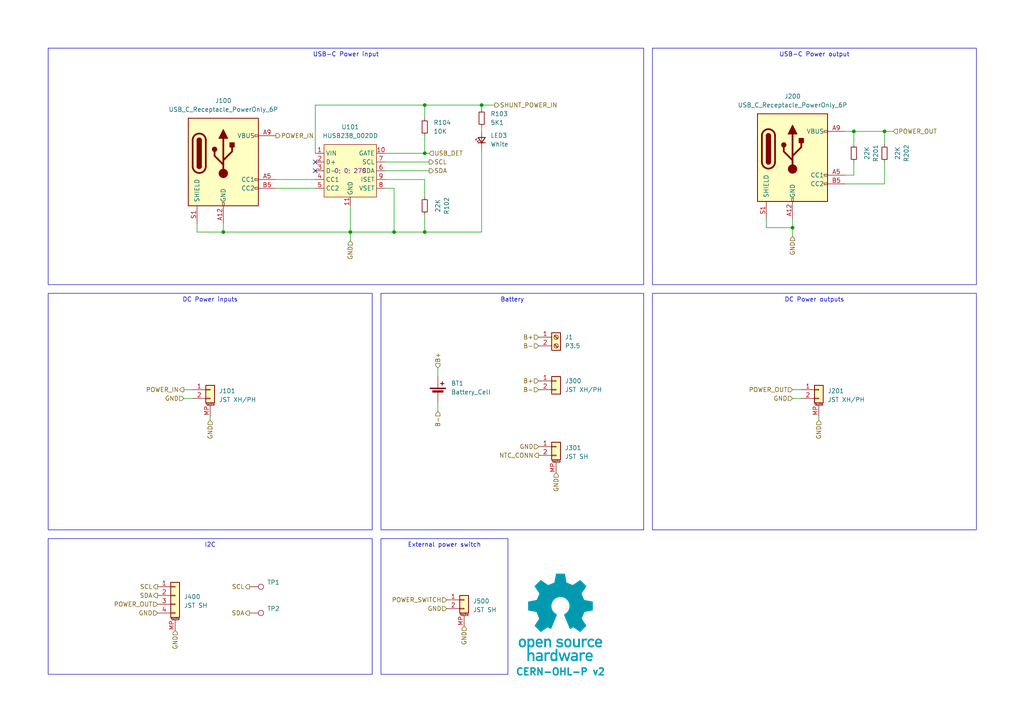
<source format=kicad_sch>
(kicad_sch (version 20231120) (generator "eeschema") (generator_version "8.0")
  (paper "A4")
  (lib_symbols
    (symbol "Connector:Screw_Terminal_01x02" (pin_names (offset 1.016) hide)
      (property "Reference" "J" (at 0 2.54 0))
      (property "Value" "Screw_Terminal_01x02" (at 0 -5.08 0))
      (symbol "Screw_Terminal_01x02_1_1"
        (rectangle (start -1.27 1.27) (end 1.27 -3.81) (stroke (width 0.254)) (fill (type background)))
        (circle (center 0 -2.54) (radius 0.635) (stroke (width 0.1524)))
        (polyline (pts (xy -0.5334 -2.2098) (xy 0.3302 -3.048)) (stroke (width 0.1524)))
        (polyline (pts (xy -0.5334 0.3302) (xy 0.3302 -0.508)) (stroke (width 0.1524)))
        (polyline (pts (xy -0.3556 -2.032) (xy 0.508 -2.8702)) (stroke (width 0.1524)))
        (polyline (pts (xy -0.3556 0.508) (xy 0.508 -0.3302)) (stroke (width 0.1524)))
        (circle (center 0 0) (radius 0.635) (stroke (width 0.1524)))
        (pin passive line (at -5.08 0 0) (length 3.81) (name "Pin_1") (number "1"))
        (pin passive line (at -5.08 -2.54 0) (length 3.81) (name "Pin_2") (number "2"))
      )
    )
    (symbol "Connector:TestPoint" (pin_numbers hide) (pin_names (offset 0.762) hide)
      (property "Reference" "TP" (at 0 6.858 0))
      (property "Value" "TestPoint" (at 0 5.08 0))
      (symbol "TestPoint_0_1"
        (circle (center 0 3.302) (radius 0.762))
      )
      (symbol "TestPoint_1_1"
        (pin passive line (at 0 0 90) (length 2.54) (name "1") (number "1"))
      )
    )
    (symbol "Connector:USB_C_Receptacle_PowerOnly_6P" (pin_names (offset 1.016))
      (property "Reference" "J" (at 0 16.51 0))
      (property "Value" "USB_C_Receptacle_PowerOnly_6P" (at 0 13.97 0))
      (symbol "USB_C_Receptacle_PowerOnly_6P_0_0"
        (rectangle (start -0.254 -12.7) (end 0.254 -11.684))
        (rectangle (start 10.16 -7.366) (end 9.144 -7.874))
        (rectangle (start 10.16 -4.826) (end 9.144 -5.334))
        (rectangle (start 10.16 7.874) (end 9.144 7.366))
      )
      (symbol "USB_C_Receptacle_PowerOnly_6P_0_1"
        (rectangle (start -10.16 12.7) (end 10.16 -12.7) (stroke (width 0.254)) (fill (type background)))
        (arc (start -8.89 -1.27) (mid -6.985 -3.1667) (end -5.08 -1.27) (stroke (width 0.508)))
        (arc (start -7.62 -1.27) (mid -6.985 -1.9023) (end -6.35 -1.27) (stroke (width 0.254)))
        (arc (start -7.62 -1.27) (mid -6.985 -1.9023) (end -6.35 -1.27) (stroke (width 0.254)) (fill (type outline)))
        (rectangle (start -7.62 -1.27) (end -6.35 6.35) (stroke (width 0.254)) (fill (type outline)))
        (arc (start -6.35 6.35) (mid -6.985 6.9823) (end -7.62 6.35) (stroke (width 0.254)))
        (arc (start -6.35 6.35) (mid -6.985 6.9823) (end -7.62 6.35) (stroke (width 0.254)) (fill (type outline)))
        (arc (start -5.08 6.35) (mid -6.985 8.2467) (end -8.89 6.35) (stroke (width 0.508)))
        (circle (center -2.54 3.683) (radius 0.635) (stroke (width 0.254)) (fill (type outline)))
        (circle (center 0 -3.302) (radius 1.27) (fill (type outline)))
        (polyline (pts (xy -8.89 -1.27) (xy -8.89 6.35)) (stroke (width 0.508)))
        (polyline (pts (xy -5.08 6.35) (xy -5.08 -1.27)) (stroke (width 0.508)))
        (polyline (pts (xy 0 -3.302) (xy 0 6.858)) (stroke (width 0.508)))
        (polyline (pts (xy 0 -0.762) (xy -2.54 1.778) (xy -2.54 3.048)) (stroke (width 0.508)))
        (polyline (pts (xy 0 0.508) (xy 2.54 3.048) (xy 2.54 4.318)) (stroke (width 0.508)))
        (polyline (pts (xy -1.27 6.858) (xy 0 9.398) (xy 1.27 6.858) (xy -1.27 6.858)) (stroke (width 0.254)) (fill (type outline)))
        (rectangle (start 1.905 4.318) (end 3.175 5.588) (stroke (width 0.254)) (fill (type outline)))
      )
      (symbol "USB_C_Receptacle_PowerOnly_6P_1_1"
        (pin passive line (at 0 -17.78 90) (length 5.08) (name "GND") (number "A12"))
        (pin bidirectional line (at 15.24 -5.08 180) (length 5.08) (name "CC1") (number "A5"))
        (pin passive line (at 15.24 7.62 180) (length 5.08) (name "VBUS") (number "A9"))
        (pin passive line (at 0 -17.78 90) (length 5.08) hide (name "GND") (number "B12"))
        (pin bidirectional line (at 15.24 -7.62 180) (length 5.08) (name "CC2") (number "B5"))
        (pin passive line (at 15.24 7.62 180) (length 5.08) hide (name "VBUS") (number "B9"))
        (pin passive line (at -7.62 -17.78 90) (length 5.08) (name "SHIELD") (number "S1"))
      )
    )
    (symbol "Connector_Generic:Conn_01x02" (pin_names (offset 1.016) hide)
      (property "Reference" "J" (at 0 2.54 0))
      (property "Value" "Conn_01x02" (at 0 -5.08 0))
      (symbol "Conn_01x02_1_1"
        (rectangle (start -1.27 -2.413) (end 0 -2.667) (stroke (width 0.1524)))
        (rectangle (start -1.27 0.127) (end 0 -0.127) (stroke (width 0.1524)))
        (rectangle (start -1.27 1.27) (end 1.27 -3.81) (stroke (width 0.254)) (fill (type background)))
        (pin passive line (at -5.08 0 0) (length 3.81) (name "Pin_1") (number "1"))
        (pin passive line (at -5.08 -2.54 0) (length 3.81) (name "Pin_2") (number "2"))
      )
    )
    (symbol "Connector_Generic_MountingPin:Conn_01x02_MountingPin" (pin_names (offset 1.016) hide)
      (property "Reference" "J" (at 0 2.54 0))
      (property "Value" "Conn_01x02_MountingPin" (at 1.27 -5.08 0))
      (symbol "Conn_01x02_MountingPin_1_1"
        (rectangle (start -1.27 -2.413) (end 0 -2.667) (stroke (width 0.1524)))
        (rectangle (start -1.27 0.127) (end 0 -0.127) (stroke (width 0.1524)))
        (rectangle (start -1.27 1.27) (end 1.27 -3.81) (stroke (width 0.254)) (fill (type background)))
        (polyline (pts (xy -1.016 -4.572) (xy 1.016 -4.572)) (stroke (width 0.1524)))
        (text "Mounting" (at 0 -4.191 0) (effects (font (size 0.381 0.381))))
        (pin passive line (at -5.08 0 0) (length 3.81) (name "Pin_1") (number "1"))
        (pin passive line (at -5.08 -2.54 0) (length 3.81) (name "Pin_2") (number "2"))
        (pin passive line (at 0 -7.62 90) (length 3.048) (name "MountPin") (number "MP"))
      )
    )
    (symbol "Connector_Generic_MountingPin:Conn_01x04_MountingPin" (pin_names (offset 1.016) hide)
      (property "Reference" "J" (at 0 5.08 0))
      (property "Value" "Conn_01x04_MountingPin" (at 1.27 -7.62 0))
      (symbol "Conn_01x04_MountingPin_1_1"
        (rectangle (start -1.27 -4.953) (end 0 -5.207) (stroke (width 0.1524)))
        (rectangle (start -1.27 -2.413) (end 0 -2.667) (stroke (width 0.1524)))
        (rectangle (start -1.27 0.127) (end 0 -0.127) (stroke (width 0.1524)))
        (rectangle (start -1.27 2.667) (end 0 2.413) (stroke (width 0.1524)))
        (rectangle (start -1.27 3.81) (end 1.27 -6.35) (stroke (width 0.254)) (fill (type background)))
        (polyline (pts (xy -1.016 -7.112) (xy 1.016 -7.112)) (stroke (width 0.1524)))
        (text "Mounting" (at 0 -6.731 0) (effects (font (size 0.381 0.381))))
        (pin passive line (at -5.08 2.54 0) (length 3.81) (name "Pin_1") (number "1"))
        (pin passive line (at -5.08 0 0) (length 3.81) (name "Pin_2") (number "2"))
        (pin passive line (at -5.08 -2.54 0) (length 3.81) (name "Pin_3") (number "3"))
        (pin passive line (at -5.08 -5.08 0) (length 3.81) (name "Pin_4") (number "4"))
        (pin passive line (at 0 -10.16 90) (length 3.048) (name "MountPin") (number "MP"))
      )
    )
    (symbol "Device:Battery_Cell" (pin_numbers hide) (pin_names (offset 0) hide)
      (property "Reference" "BT" (at 2.54 2.54 0))
      (property "Value" "Battery_Cell" (at 2.54 0 0))
      (symbol "Battery_Cell_0_1"
        (rectangle (start -2.286 1.778) (end 2.286 1.524) (fill (type outline)))
        (rectangle (start -1.524 1.016) (end 1.524 0.508) (fill (type outline)))
        (polyline (pts (xy 0 0.762) (xy 0 0)))
        (polyline (pts (xy 0 1.778) (xy 0 2.54)))
        (polyline (pts (xy 0.762 3.048) (xy 1.778 3.048)) (stroke (width 0.254)))
        (polyline (pts (xy 1.27 3.556) (xy 1.27 2.54)) (stroke (width 0.254)))
      )
      (symbol "Battery_Cell_1_1"
        (pin passive line (at 0 5.08 270) (length 2.54) (name "+") (number "1"))
        (pin passive line (at 0 -2.54 90) (length 2.54) (name "-") (number "2"))
      )
    )
    (symbol "Device:LED_Small" (pin_numbers hide) (pin_names (offset 0.254) hide)
      (property "Reference" "D" (at -1.27 3.175 0))
      (property "Value" "LED_Small" (at -4.445 -2.54 0))
      (symbol "LED_Small_0_1"
        (polyline (pts (xy -0.762 -1.016) (xy -0.762 1.016)) (stroke (width 0.254)))
        (polyline (pts (xy 1.016 0) (xy -0.762 0)))
        (polyline (pts (xy 0.762 -1.016) (xy -0.762 0) (xy 0.762 1.016) (xy 0.762 -1.016)) (stroke (width 0.254)))
        (polyline (pts (xy 0 0.762) (xy -0.508 1.27) (xy -0.254 1.27) (xy -0.508 1.27) (xy -0.508 1.016)))
        (polyline (pts (xy 0.508 1.27) (xy 0 1.778) (xy 0.254 1.778) (xy 0 1.778) (xy 0 1.524)))
      )
      (symbol "LED_Small_1_1"
        (pin passive line (at -2.54 0 0) (length 1.778) (name "K") (number "1"))
        (pin passive line (at 2.54 0 180) (length 1.778) (name "A") (number "2"))
      )
    )
    (symbol "Device:R_Small" (pin_numbers hide) (pin_names (offset 0.254) hide)
      (property "Reference" "R" (at 0.762 0.508 0))
      (property "Value" "R_Small" (at 0.762 -1.016 0))
      (symbol "R_Small_0_1"
        (rectangle (start -0.762 1.778) (end 0.762 -1.778) (stroke (width 0.2032)))
      )
      (symbol "R_Small_1_1"
        (pin passive line (at 0 2.54 270) (length 0.762) (name "~") (number "1"))
        (pin passive line (at 0 -2.54 90) (length 0.762) (name "~") (number "2"))
      )
    )
    (symbol "lcsc:HUSB238_002DD"
      (property "Reference" "U" (at 0 10.16 0))
      (property "Value" "HUSB238_002DD" (at 0 -15.24 0))
      (property "JLCPCB_CORRECTION" "0; 0; 270" (at 0 0 0))
      (symbol "HUSB238_002DD_0_1"
        (rectangle (start -7.62 7.62) (end 7.62 -7.62) (fill (type background)))
        (pin power_in line (at -10.16 5.08 0) (length 2.54) (name "VIN") (number "1"))
        (pin passive line (at 10.16 5.08 180) (length 2.54) (name "GATE") (number "10"))
        (pin passive line (at 0 -10.16 90) (length 2.54) (name "GND") (number "11"))
        (pin passive line (at -10.16 2.54 0) (length 2.54) (name "D+") (number "2"))
        (pin passive line (at -10.16 0 0) (length 2.54) (name "D-") (number "3"))
        (pin passive line (at -10.16 -2.54 0) (length 2.54) (name "CC1") (number "4"))
        (pin passive line (at -10.16 -5.08 0) (length 2.54) (name "CC2") (number "5"))
        (pin passive line (at 10.16 0 180) (length 2.54) (name "SDA") (number "6"))
        (pin passive line (at 10.16 2.54 180) (length 2.54) (name "SCL") (number "7"))
        (pin passive line (at 10.16 -5.08 180) (length 2.54) (name "VSET") (number "8"))
        (pin passive line (at 10.16 -2.54 180) (length 2.54) (name "ISET") (number "9"))
      )
    )
  )
  (junction (at 114.3 67.31))
  (junction (at 123.19 44.45))
  (junction (at 247.65 38.1))
  (junction (at 123.19 67.31))
  (junction (at 64.77 67.31))
  (junction (at 139.7 30.48))
  (junction (at 229.87 66.04))
  (junction (at 256.54 38.1))
  (junction (at 101.6 67.31))
  (junction (at 123.19 30.48))
  (no_connect (at 91.44 49.53))
  (no_connect (at 91.44 46.99))
  (wire (pts (xy 111.76 52.07) (xy 123.19 52.07)))
  (wire (pts (xy 237.49 121.92) (xy 237.49 120.65)))
  (wire (pts (xy 247.65 38.1) (xy 247.65 41.91)))
  (wire (pts (xy 91.44 30.48) (xy 123.19 30.48)))
  (wire (pts (xy 256.54 38.1) (xy 259.08 38.1)))
  (wire (pts (xy 245.11 53.34) (xy 256.54 53.34)))
  (wire (pts (xy 247.65 38.1) (xy 256.54 38.1)))
  (wire (pts (xy 123.19 30.48) (xy 139.7 30.48)))
  (wire (pts (xy 64.77 67.31) (xy 101.6 67.31)))
  (wire (pts (xy 57.15 64.77) (xy 57.15 67.31)))
  (wire (pts (xy 139.7 30.48) (xy 143.51 30.48)))
  (wire (pts (xy 222.25 66.04) (xy 229.87 66.04)))
  (wire (pts (xy 60.96 121.92) (xy 60.96 120.65)))
  (wire (pts (xy 80.01 52.07) (xy 91.44 52.07)))
  (wire (pts (xy 101.6 59.69) (xy 101.6 67.31)))
  (wire (pts (xy 91.44 30.48) (xy 91.44 44.45)))
  (wire (pts (xy 114.3 54.61) (xy 111.76 54.61)))
  (wire (pts (xy 53.34 115.57) (xy 55.88 115.57)))
  (wire (pts (xy 123.19 39.37) (xy 123.19 44.45)))
  (wire (pts (xy 124.46 49.53) (xy 111.76 49.53)))
  (wire (pts (xy 256.54 38.1) (xy 256.54 41.91)))
  (wire (pts (xy 114.3 67.31) (xy 123.19 67.31)))
  (wire (pts (xy 139.7 43.18) (xy 139.7 67.31)))
  (wire (pts (xy 101.6 67.31) (xy 114.3 67.31)))
  (wire (pts (xy 127 106.68) (xy 127 109.22)))
  (wire (pts (xy 245.11 50.8) (xy 247.65 50.8)))
  (wire (pts (xy 127 116.84) (xy 127 119.38)))
  (wire (pts (xy 80.01 54.61) (xy 91.44 54.61)))
  (wire (pts (xy 229.87 113.03) (xy 232.41 113.03)))
  (wire (pts (xy 101.6 67.31) (xy 101.6 69.85)))
  (wire (pts (xy 64.77 64.77) (xy 64.77 67.31)))
  (wire (pts (xy 123.19 52.07) (xy 123.19 57.15)))
  (wire (pts (xy 123.19 44.45) (xy 124.46 44.45)))
  (wire (pts (xy 229.87 68.58) (xy 229.87 66.04)))
  (wire (pts (xy 124.46 46.99) (xy 111.76 46.99)))
  (wire (pts (xy 114.3 54.61) (xy 114.3 67.31)))
  (wire (pts (xy 229.87 63.5) (xy 229.87 66.04)))
  (wire (pts (xy 139.7 30.48) (xy 139.7 31.75)))
  (wire (pts (xy 245.11 38.1) (xy 247.65 38.1)))
  (wire (pts (xy 139.7 38.1) (xy 139.7 36.83)))
  (wire (pts (xy 222.25 63.5) (xy 222.25 66.04)))
  (wire (pts (xy 57.15 67.31) (xy 64.77 67.31)))
  (wire (pts (xy 247.65 46.99) (xy 247.65 50.8)))
  (wire (pts (xy 139.7 67.31) (xy 123.19 67.31)))
  (wire (pts (xy 123.19 30.48) (xy 123.19 34.29)))
  (wire (pts (xy 229.87 115.57) (xy 232.41 115.57)))
  (wire (pts (xy 256.54 46.99) (xy 256.54 53.34)))
  (wire (pts (xy 111.76 44.45) (xy 123.19 44.45)))
  (wire (pts (xy 123.19 62.23) (xy 123.19 67.31)))
  (wire (pts (xy 53.34 113.03) (xy 55.88 113.03)))
  (image (at 162.56 179.07) (scale 0.37481))
  (text_box "DC Power outputs" (at 189.23 85.09 0) (size 93.98 68.58) (effects (font (size 1.27 1.27)) (justify top)))
  (text_box "USB-C Power output" (at 189.23 13.97 0) (size 93.98 68.58) (effects (font (size 1.27 1.27)) (justify top)))
  (text_box "DC Power inputs" (at 13.97 85.09 0) (size 93.98 68.58) (effects (font (size 1.27 1.27)) (justify top)))
  (text_box "I2C" (at 13.97 156.21 0) (size 93.98 39.37) (effects (font (size 1.27 1.27)) (justify top)))
  (text_box "USB-C Power input" (at 13.97 13.97 0) (size 172.72 68.58) (effects (font (size 1.27 1.27)) (justify top)))
  (text_box "Battery" (at 110.49 85.09 0) (size 76.2 68.58) (effects (font (size 1.27 1.27)) (justify top)))
  (text_box "External power switch" (at 110.49 156.21 0) (size 36.83 39.37) (effects (font (size 1.27 1.27)) (justify top)))
  (text "CERN-OHL-P v2" (at 162.56 195.072 0) (effects (font (size 2 2) (thickness 0.4) (bold yes))))
  (hierarchical_label "GND" (shape input) (at 50.8 182.88 270))
  (hierarchical_label "NTC_CONN" (shape output) (at 156.21 132.08 180))
  (hierarchical_label "GND" (shape input) (at 134.62 181.61 270))
  (hierarchical_label "B-" (shape input) (at 156.21 100.33 180))
  (hierarchical_label "B+" (shape input) (at 127 106.68 90))
  (hierarchical_label "SHUNT_POWER_IN" (shape output) (at 143.51 30.48 0))
  (hierarchical_label "SDA" (shape output) (at 45.72 172.72 180))
  (hierarchical_label "GND" (shape input) (at 161.29 137.16 270))
  (hierarchical_label "SDA" (shape output) (at 124.46 49.53 0))
  (hierarchical_label "SCL" (shape output) (at 124.46 46.99 0))
  (hierarchical_label "GND" (shape input) (at 237.49 121.92 270))
  (hierarchical_label "USB_DET" (shape input) (at 124.46 44.45 0))
  (hierarchical_label "SCL" (shape output) (at 72.39 170.18 180))
  (hierarchical_label "B-" (shape input) (at 127 119.38 270))
  (hierarchical_label "POWER_IN" (shape output) (at 80.01 39.37 0))
  (hierarchical_label "B-" (shape input) (at 156.21 113.03 180))
  (hierarchical_label "B+" (shape input) (at 156.21 110.49 180))
  (hierarchical_label "GND" (shape input) (at 229.87 68.58 270))
  (hierarchical_label "POWER_IN" (shape output) (at 53.34 113.03 180))
  (hierarchical_label "GND" (shape input) (at 129.54 176.53 180))
  (hierarchical_label "B+" (shape input) (at 156.21 97.79 180))
  (hierarchical_label "GND" (shape input) (at 45.72 177.8 180))
  (hierarchical_label "GND" (shape input) (at 60.96 121.92 270))
  (hierarchical_label "POWER_OUT" (shape input) (at 45.72 175.26 180))
  (hierarchical_label "GND" (shape input) (at 53.34 115.57 180))
  (hierarchical_label "GND" (shape input) (at 156.21 129.54 180))
  (hierarchical_label "GND" (shape input) (at 101.6 69.85 270))
  (hierarchical_label "POWER_OUT" (shape input) (at 259.08 38.1 0))
  (hierarchical_label "GND" (shape input) (at 229.87 115.57 180))
  (hierarchical_label "POWER_OUT" (shape input) (at 229.87 113.03 180))
  (hierarchical_label "POWER_SWITCH" (shape input) (at 129.54 173.99 180))
  (hierarchical_label "SDA" (shape output) (at 72.39 177.8 180))
  (hierarchical_label "SCL" (shape output) (at 45.72 170.18 180))
  (symbol (lib_id "Connector_Generic:Conn_01x02") (at 161.29 110.49 0) (unit 1)
    (property "Reference" "J300" (at 163.83 110.4899 0) (effects (justify left)))
    (property "Value" "JST XH/PH" (at 163.83 113.0299 0) (effects (justify left)))
    (property "Footprint" "custom:Conn_Combo_JST-1x02-XH_PH-THT-pad2gnd" (effects (hide yes)))
    (property "Description" "Generic connector, single row, 01x02, script generated (kicad-library-utils/schlib/autogen/connector/)" (effects (hide yes)))
  )
  (symbol (lib_id "Connector:USB_C_Receptacle_PowerOnly_6P") (at 64.77 46.99 0) (unit 1)
    (property "Reference" "J100" (at 64.77 29.21 0))
    (property "Value" "USB_C_Receptacle_PowerOnly_6P" (at 64.77 31.75 0))
    (property "Footprint" "custom:USB_C_Receptacle_GCT_USB4125-xx-x_6P_TopMnt_Horizontal_handsolder" (effects (hide yes)))
    (property "Datasheet" "https://www.usb.org/sites/default/files/documents/usb_type-c.zip" (effects (hide yes)))
    (property "Description" "USB Power-Only 6P Type-C Receptacle connector" (effects (hide yes)))
    (property "LCSC Part" "C2927029" (effects (hide yes)))
  )
  (symbol (lib_id "Connector_Generic_MountingPin:Conn_01x02_MountingPin") (at 60.96 113.03 0) (unit 1)
    (property "Reference" "J101" (at 63.5 113.3855 0) (effects (justify left)))
    (property "Value" "JST XH/PH" (at 63.5 115.9255 0) (effects (justify left)))
    (property "Footprint" "custom:Conn_Combo_JST-1x02-XH_PH-SMD-alt-pad2gnd" (effects (hide yes)))
    (property "Description" "Generic connectable mounting pin connector, single row, 01x02, script generated (kicad-library-utils/schlib/autogen/connector/)" (effects (hide yes)))
  )
  (symbol (lib_id "Connector:Screw_Terminal_01x02") (at 161.29 97.79 0) (unit 1)
    (property "Reference" "J1" (at 163.83 97.7899 0) (effects (justify left)))
    (property "Value" "P3.5" (at 163.83 100.3299 0) (effects (justify left)))
    (property "Footprint" "custom:TerminalBlock_Phoenix_PT-1,5-2-3.5-H_1x02_P3.50mm_Horizontal_custom_pad2gnd" (effects (hide yes)))
    (property "Description" "Generic screw terminal, single row, 01x02, script generated (kicad-library-utils/schlib/autogen/connector/)" (effects (hide yes)))
  )
  (symbol (lib_id "lcsc:HUSB238_002DD") (at 101.6 49.53 0) (unit 1)
    (property "Reference" "U101" (at 101.6 36.83 0))
    (property "Value" "HUSB238_002DD" (at 101.6 39.37 0))
    (property "Footprint" "custom:WDFN-10-1EP_3x3mm_P0.5mm_EP1.8x2.5mm_ThermalVias_half" (effects (hide yes)))
    (property "Datasheet" "https://www.hynetek.com/uploadfiles/site/219/news/aabbbbdb-48c9-4a44-a6dc-2c15f53282e6.pdf" (effects (hide yes)))
    (property "Description" "USB Type-C Power Delivery Sink Controller" (effects (hide yes)))
    (property "LCSC Part" "C7471904" (effects (hide yes)))
    (property "JLCPCB_CORRECTION" "0; 0; 270" (at 101.6 49.53 0))
  )
  (symbol (lib_id "Device:R_Small") (at 247.65 44.45 0) (mirror y) (unit 1)
    (property "Reference" "R201" (at 254 44.45 90))
    (property "Value" "22K" (at 251.46 44.45 90))
    (property "Footprint" "Resistor_SMD:R_0603_1608Metric_Pad0.98x0.95mm_HandSolder" (effects (hide yes)))
    (property "Description" "Resistor, small symbol" (effects (hide yes)))
    (property "LCSC Part" "C31850" (effects (hide yes)))
  )
  (symbol (lib_id "Connector_Generic_MountingPin:Conn_01x02_MountingPin") (at 161.29 129.54 0) (unit 1)
    (property "Reference" "J301" (at 163.83 129.8955 0) (effects (justify left)))
    (property "Value" "JST SH" (at 163.83 132.4355 0) (effects (justify left)))
    (property "Footprint" "custom:JST_SH_SM02B-SRSS-TB_1x02-1MP_P1.00mm_Horizontal" (effects (hide yes)))
    (property "Description" "Generic connectable mounting pin connector, single row, 01x02, script generated (kicad-library-utils/schlib/autogen/connector/)" (effects (hide yes)))
    (property "LCSC Part" "C7433423" (effects (hide yes)))
  )
  (symbol (lib_id "Device:R_Small") (at 256.54 44.45 0) (mirror y) (unit 1)
    (property "Reference" "R202" (at 262.89 44.45 90))
    (property "Value" "22K" (at 260.35 44.45 90))
    (property "Footprint" "Resistor_SMD:R_0603_1608Metric_Pad0.98x0.95mm_HandSolder" (effects (hide yes)))
    (property "Description" "Resistor, small symbol" (effects (hide yes)))
    (property "LCSC Part" "C31850" (effects (hide yes)))
  )
  (symbol (lib_id "Device:Battery_Cell") (at 127 114.3 0) (unit 1) (on_board no)
    (property "Reference" "BT1" (at 130.81 111.1884 0) (effects (justify left)))
    (property "Value" "Battery_Cell" (at 130.81 113.7284 0) (effects (justify left)))
    (property "Footprint" "lcsc:BAT-TH_18650-A5BJ001" (effects (hide yes)))
    (property "Description" "Single-cell battery" (effects (hide yes)))
  )
  (symbol (lib_id "Connector_Generic_MountingPin:Conn_01x04_MountingPin") (at 50.8 172.72 0) (unit 1)
    (property "Reference" "J400" (at 53.34 173.0755 0) (effects (justify left)))
    (property "Value" "JST SH" (at 53.34 175.6155 0) (effects (justify left)))
    (property "Footprint" "custom:JST_SH_SM04B-SRSS-TB_1x04-1MP_P1.00mm_Horizontal" (effects (hide yes)))
    (property "Description" "Generic connectable mounting pin connector, single row, 01x04, script generated (kicad-library-utils/schlib/autogen/connector/)" (effects (hide yes)))
    (property "LCSC Part" "C7433425" (effects (hide yes)))
  )
  (symbol (lib_id "Connector:USB_C_Receptacle_PowerOnly_6P") (at 229.87 45.72 0) (unit 1)
    (property "Reference" "J200" (at 229.87 27.94 0))
    (property "Value" "USB_C_Receptacle_PowerOnly_6P" (at 229.87 30.48 0))
    (property "Footprint" "custom:USB_C_Receptacle_GCT_USB4125-xx-x_6P_TopMnt_Horizontal_handsolder" (effects (hide yes)))
    (property "Datasheet" "https://www.usb.org/sites/default/files/documents/usb_type-c.zip" (effects (hide yes)))
    (property "Description" "USB Power-Only 6P Type-C Receptacle connector" (effects (hide yes)))
    (property "LCSC Part" "C2927029" (effects (hide yes)))
  )
  (symbol (lib_id "Connector_Generic_MountingPin:Conn_01x02_MountingPin") (at 134.62 173.99 0) (unit 1)
    (property "Reference" "J500" (at 137.16 174.3455 0) (effects (justify left)))
    (property "Value" "JST SH" (at 137.16 176.8855 0) (effects (justify left)))
    (property "Footprint" "custom:JST_SH_SM02B-SRSS-TB_1x02-1MP_P1.00mm_Horizontal" (effects (hide yes)))
    (property "Description" "Generic connectable mounting pin connector, single row, 01x02, script generated (kicad-library-utils/schlib/autogen/connector/)" (effects (hide yes)))
    (property "LCSC Part" "C7433423" (effects (hide yes)))
  )
  (symbol (lib_id "Device:R_Small") (at 123.19 59.69 0) (mirror y) (unit 1)
    (property "Reference" "R102" (at 129.54 59.69 90))
    (property "Value" "22K" (at 127 59.69 90))
    (property "Footprint" "Resistor_SMD:R_0603_1608Metric_Pad0.98x0.95mm_HandSolder" (effects (hide yes)))
    (property "Description" "Resistor, small symbol" (effects (hide yes)))
    (property "LCSC Part" "C31850" (effects (hide yes)))
  )
  (symbol (lib_id "Device:LED_Small") (at 139.7 40.64 90) (unit 1)
    (property "Reference" "LED3" (at 142.24 39.3064 90) (effects (justify right)))
    (property "Value" "White" (at 142.24 41.8464 90) (effects (justify right)))
    (property "Footprint" "custom:LED_0603_1608Metric_Pad1.05x0.95mm_HandSolder_simple" (effects (hide yes)))
    (property "Description" "Light emitting diode, small symbol" (effects (hide yes)))
  )
  (symbol (lib_id "Connector:TestPoint") (at 72.39 170.18 270) (unit 1)
    (property "Reference" "TP1" (at 77.47 168.9099 90) (effects (justify left)))
    (property "Footprint" "TestPoint:TestPoint_Pad_D1.5mm" (effects (hide yes)))
    (property "Description" "test point" (effects (hide yes)))
  )
  (symbol (lib_id "Device:R_Small") (at 139.7 34.29 0) (unit 1)
    (property "Reference" "R103" (at 142.24 33.0199 0) (effects (justify left)))
    (property "Value" "5K1" (at 142.24 35.5599 0) (effects (justify left)))
    (property "Footprint" "custom:R_0402_1005Metric_simple" (effects (hide yes)))
    (property "Description" "Resistor, small symbol" (effects (hide yes)))
    (property "LCSC Part" "C25905" (effects (hide yes)))
  )
  (symbol (lib_id "Device:R_Small") (at 123.19 36.83 0) (unit 1)
    (property "Reference" "R104" (at 125.73 35.5599 0) (effects (justify left)))
    (property "Value" "10K" (at 125.73 38.0999 0) (effects (justify left)))
    (property "Footprint" "custom:R_0402_1005Metric_simple" (effects (hide yes)))
    (property "Description" "Resistor, small symbol" (effects (hide yes)))
    (property "LCSC Part" "C25744" (effects (hide yes)))
  )
  (symbol (lib_id "Connector_Generic_MountingPin:Conn_01x02_MountingPin") (at 237.49 113.03 0) (unit 1)
    (property "Reference" "J201" (at 240.03 113.3855 0) (effects (justify left)))
    (property "Value" "JST XH/PH" (at 240.03 115.9255 0) (effects (justify left)))
    (property "Footprint" "custom:Conn_Combo_JST-1x02-XH_PH-SMD-alt-pad2gnd" (effects (hide yes)))
    (property "Description" "Generic connectable mounting pin connector, single row, 01x02, script generated (kicad-library-utils/schlib/autogen/connector/)" (effects (hide yes)))
  )
  (symbol (lib_id "Connector:TestPoint") (at 72.39 177.8 270) (unit 1)
    (property "Reference" "TP2" (at 77.47 176.5299 90) (effects (justify left)))
    (property "Footprint" "TestPoint:TestPoint_Pad_D1.5mm" (effects (hide yes)))
    (property "Description" "test point" (effects (hide yes)))
  )
)
</source>
